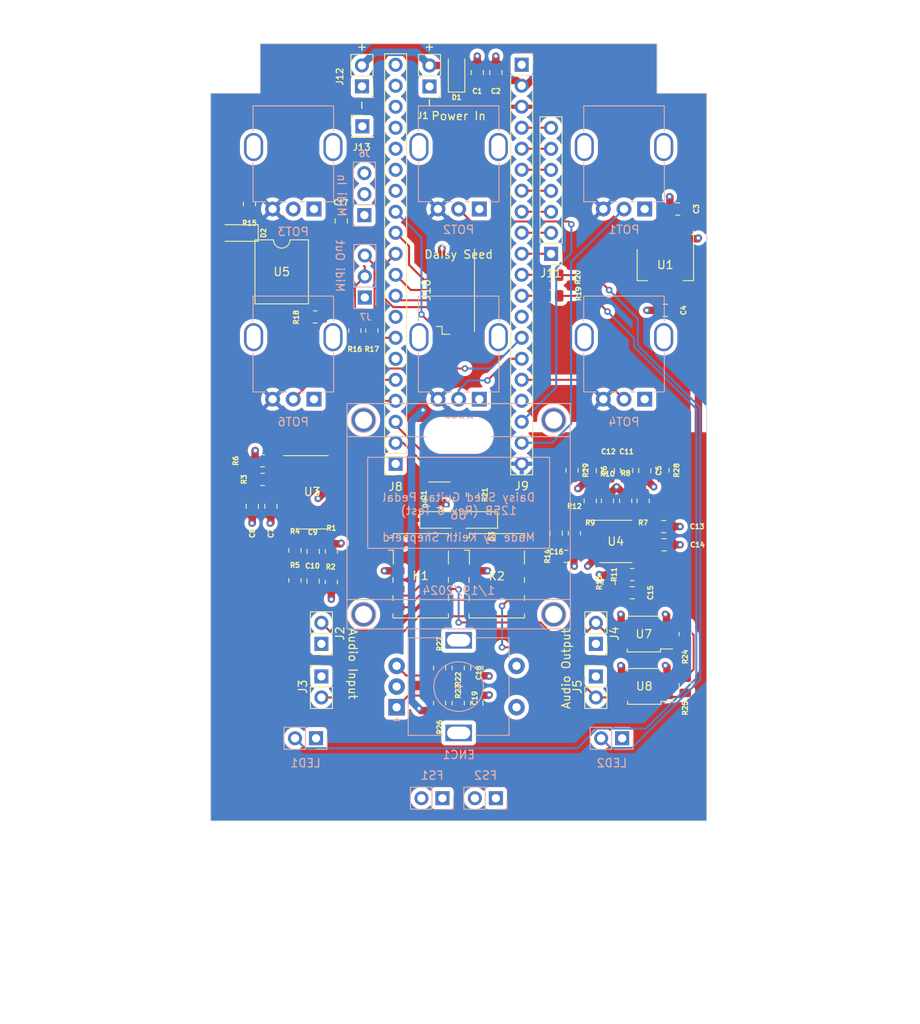
<source format=kicad_pcb>
(kicad_pcb (version 20221018) (generator pcbnew)
  (layers (0 "F.Cu" signal) (1 "In1.Cu" signal) (2 "In2.Cu" signal) (31 "B.Cu" signal) (34 "B.Paste" user) (35 "F.Paste" user) (36 "B.SilkS" user "B.Silkscreen") (37 "F.SilkS" user "F.Silkscreen") (38 "B.Mask" user) (39 "F.Mask" user) (44 "Edge.Cuts" user))
  (net 0 "")
  (net 2 "ENCODER_1_A")
  (net 3 "ENCODER_1_B")
  (net 4 "Net-(ENC1-PadA)")
  (net 5 "Net-(ENC1-PadB)")
  (net 6 "GND")
  (net 7 "AUDIO_OUT_JACK_RIGHT")
  (net 8 "POWER_JACK_PWR")
  (net 9 "POT_3")
  (net 10 "POT_2")
  (net 11 "POT_1")
  (net 12 "OLED_DISPLAY_SPI_SCK")
  (net 13 "OLED_DISPLAY_SPI_RESET")
  (net 14 "OLED_DISPLAY_SPI_MOSI")
  (net 15 "OLED_DISPLAY_SPI_DC")
  (net 16 "OLED_DISPLAY_SPI_CS")
  (net 17 "POT_4")
  (net 18 "Net-(U4B-+)")
  (net 19 "Net-(U4A-+)")
  (net 20 "POT_5")
  (net 21 "POT_6")
  (net 22 "Net-(C16-Pad1)")
  (net 23 "Net-(U4B--)")
  (net 24 "Net-(U4A--)")
  (net 25 "MIDI_OUT_JACK_PIN5")
  (net 26 "MIDI_OUT_JACK_PIN4")
  (net 27 "MIDI_OUT")
  (net 28 "MIDI_IN_JACK_PIN5")
  (net 29 "MIDI_IN_JACK_PIN4")
  (net 30 "MIDI_IN")
  (net 31 "LED_2")
  (net 32 "LED_1")
  (net 33 "FOOT_SWITCH_2")
  (net 34 "FOOT_SWITCH_1")
  (net 35 "DISABLE_AUDIO_BYPASS")
  (net 36 "BYPASS_RIGHT_SEND")
  (net 37 "BYPASS_RIGHT_RETURN")
  (net 38 "BYPASS_LEFT_SEND")
  (net 39 "BYPASS_LEFT_RETURN")
  (net 40 "ENABLE_AUDIO_MUTE")
  (net 41 "AUDIO_OUT_BUFFER_RIGHT")
  (net 42 "AUDIO_OUT_BUFFER_LEFT")
  (net 43 "AUDIO_IN_JACK_RIGHT")
  (net 44 "AUDIO_IN_JACK_LEFT")
  (net 45 "AUDIO_IN_BUFFER_RIGHT")
  (net 46 "AUDIO_IN_BUFFER_LEFT")
  (net 47 "/Audio Input Buffer/V_AUDIOBIAS")
  (net 48 "+9V")
  (net 49 "+5V")
  (net 50 "+3.3VA")
  (net 51 "+3.3V")
  (net 52 "ENCODER_1_CLICK")
  (net 53 "AUDIO_OUT_JACK_LEFT")
  (net 54 "Net-(U3D-+)")
  (net 55 "Net-(U3C-+)")
  (net 56 "Net-(D2-K)")
  (net 57 "Net-(D3-A)")
  (net 58 "Net-(LED1-A)")
  (net 59 "Net-(LED2-A)")
  (net 60 "Net-(Q1-B)")
  (net 61 "Net-(U3A-+)")
  (net 62 "Net-(U3B--)")
  (net 63 "Net-(C15-Pad1)")
  (net 64 "Net-(R24-Pad2)")
  (net 65 "Net-(R25-Pad2)")
  (net 66 "Net-(J11-Pin_7)")
  (net 67 "Net-(J11-Pin_6)")
  (net 68 "Net-(J13-Pin_1)")
  (net 69 "Net-(J9-Pin_13)")
  (net 70 "Net-(J11-Pin_5)")
  (net 71 "Net-(J11-Pin_4)")
  (net 72 "Net-(J11-Pin_3)")
  (net 73 "Net-(J11-Pin_2)")
  (net 74 "Net-(J11-Pin_1)")
  (net 75 "Net-(C11-Pad2)")
  (net 76 "Net-(C12-Pad2)")
  (footprint "GuitarPedal125B:SOP-6_2.54mm" (layer "F.Cu") (at 120.6 68.6)
    (fp_text reference "U5")
    (fp_text value "H11L1")
  )
  (footprint "Resistor_SMD:R_0805_2012Metric" (layer "F.Cu") (at 124.65 74.05)
    (fp_text reference "R18")
    (fp_text value "470R")
  )
  (footprint "Resistor_SMD:R_0805_2012Metric" (layer "F.Cu") (at 157.9125 96.2875 90)
    (fp_text reference "R9")
    (fp_text value "2M")
  )
  (footprint "Connector_PinSocket_2.54mm:PinSocket_1x20_P2.54mm_Vertical" (layer "F.Cu") (at 134.375 91.815 180)
    (fp_text reference "J8")
    (fp_text value "Conn_01x20_Socket")
  )
  (footprint "Relay_SMD:Relay_DPDT_Omron_G6K-2G-Y" (layer "F.Cu") (at 146.6 105.35)
    (fp_text reference "K2")
    (fp_text value "G6K-2")
  )
  (footprint "Package_SO:SOIC-8_3.9x4.9mm_P1.27mm" (layer "F.Cu") (at 161 101.2)
    (fp_text reference "U4")
    (fp_text value "OPA1652AID")
  )
  (footprint "GuitarPedal125B:Generic_Pads_AudioTS" (layer "F.Cu") (at 158.6 113.6 180)
    (fp_text reference "J4")
    (fp_text value "AUDIO_OUT_LEFT")
  )
  (footprint "Capacitor_SMD:C_0805_2012Metric" (layer "F.Cu") (at 144.2 116.5 90)
    (fp_text reference "C19")
    (fp_text value "10NF")
  )
  (footprint "Resistor_SMD:R_0805_2012Metric" (layer "F.Cu") (at 126.6125 102.4 90)
    (fp_text reference "R1")
    (fp_text value "2M")
  )
  (footprint "Package_SO:SOIC-14_3.9x8.7mm_P1.27mm" (layer "F.Cu") (at 124.275 95.26)
    (fp_text reference "U3")
    (fp_text value "MCP6004")
  )
  (footprint "Resistor_SMD:R_0805_2012Metric" (layer "F.Cu") (at 156 100.2 -90)
    (fp_text reference "R12")
    (fp_text value "100R")
  )
  (footprint "Capacitor_SMD:C_0805_2012Metric" (layer "F.Cu") (at 144.2 120.75 90)
    (fp_text reference "C18")
    (fp_text value "10NF")
  )
  (footprint "Relay_SMD:Relay_DPDT_Omron_G6K-2G-Y" (layer "F.Cu") (at 137.4 105.35)
    (fp_text reference "K1")
    (fp_text value "G6K-2")
  )
  (footprint "Resistor_SMD:R_0805_2012Metric" (layer "F.Cu") (at 131.5 75.7 -90)
    (fp_text reference "R17")
    (fp_text value "10R")
  )
  (footprint "Capacitor_SMD:C_0805_2012Metric" (layer "F.Cu") (at 144.25 44.5 90)
    (fp_text reference "C1")
    (fp_text value "10UF")
  )
  (footprint "Resistor_SMD:R_0805_2012Metric" (layer "F.Cu") (at 169.4 118.6 -90)
    (fp_text reference "R25")
    (fp_text value "1K")
  )
  (footprint "Diode_SMD:D_SOD-123F" (layer "F.Cu") (at 144.5 98.6 180)
    (fp_text reference "D3")
    (fp_text value "1N4007")
  )
  (footprint "Resistor_SMD:R_0805_2012Metric" (layer "F.Cu") (at 141.95 116.5 90)
    (fp_text reference "R23")
    (fp_text value "10K")
  )
  (footprint "Resistor_SMD:R_0805_2012Metric" (layer "F.Cu") (at 126.6 106.1125 -90)
    (fp_text reference "R2")
    (fp_text value "2M")
  )
  (footprint "Resistor_SMD:R_0805_2012Metric" (layer "F.Cu") (at 139.7 120.75 90)
    (fp_text reference "R26")
    (fp_text value "10K")
  )
  (footprint "Capacitor_SMD:C_0805_2012Metric" (layer "F.Cu") (at 124.4 106 -90)
    (fp_text reference "C10")
    (fp_text value "10UF")
  )
  (footprint "GuitarPedal125B:Generic_Pads_AudioTS" (layer "F.Cu") (at 125.4 117.505)
    (fp_text reference "J3")
    (fp_text value "AUDIO_IN_RIGHT")
  )
  (footprint "Capacitor_SMD:C_0805_2012Metric" (layer "F.Cu") (at 166.85 101.6)
    (fp_text reference "C14")
    (fp_text value "100NF")
  )
  (footprint "Resistor_SMD:R_0805_2012Metric" (layer "F.Cu") (at 166.7125 92.6 -90)
    (fp_text reference "R28")
    (fp_text value "4.7K")
  )
  (footprint "Connector_PinSocket_2.54mm:PinSocket_1x20_P2.54mm_Vertical" (layer "F.Cu") (at 149.625 43.55)
    (fp_text reference "J9")
    (fp_text value "Conn_01x20_Socket")
  )
  (footprint "Capacitor_SMD:C_0805_2012Metric" (layer "F.Cu") (at 166.8 99.4)
    (fp_text reference "C13")
    (fp_text value "100NF")
  )
  (footprint "Resistor_SMD:R_0805_2012Metric" (layer "F.Cu") (at 163 105.2 180)
    (fp_text reference "R11")
    (fp_text value "100R")
  )
  (footprint "Package_SO:SOP-4_3.8x4.1mm_P2.54mm" (layer "F.Cu") (at 164.4 112.4 180)
    (fp_text reference "U7")
    (fp_text value "CPC1018N")
  )
  (footprint "Connector_Molex:Molex_PicoBlade_53398-0771_1x07-1MP_P1.25mm_Vertical" (layer "F.Cu") (at 141.2 70.79 90)
    (fp_text reference "J10")
    (fp_text value "Conn_01x07_Pin")
  )
  (footprint "Resistor_SMD:R_0805_2012Metric" (layer "F.Cu") (at 160 96.2875 90)
    (fp_text reference "R10")
    (fp_text value "2M")
  )
  (footprint "Capacitor_SMD:C_0805_2012Metric" (layer "F.Cu") (at 168.5 61 180)
    (fp_text reference "C3")
    (fp_text value "100NF")
  )
  (footprint "Capacitor_SMD:C_0805_2012Metric" (layer "F.Cu") (at 124.4125 102.4 90)
    (fp_text reference "C9")
    (fp_text value "10UF")
  )
  (footprint "Capacitor_SMD:C_0805_2012Metric" (layer "F.Cu") (at 160.1125 92.6375 90)
    (fp_text reference "C12")
    (fp_text value "10UF")
  )
  (footprint "Resistor_SMD:R_0805_2012Metric" (layer "F.Cu") (at 169.4 112.4 -90)
    (fp_text reference "R24")
    (fp_text value "1K")
  )
  (footprint "Resistor_SMD:R_0805_2012Metric" (layer "F.Cu") (at 141.95 120.75 90)
    (fp_text reference "R22")
    (fp_text value "10K")
  )
  (footprint "Resistor_SMD:R_0805_2012Metric" (layer "F.Cu") (at 118.290749 93.6975)
    (fp_text reference "R3")
    (fp_text value "100K")
  )
  (footprint "Capacitor_SMD:C_0805_2012Metric" (layer "F.Cu") (at 167 73.25 180)
    (fp_text reference "C4")
    (fp_text value "10UF")
  )
  (footprint "Package_SO:SOP-4_3.8x4.1mm_P2.54mm" (layer "F.Cu") (at 164.45 118.73 180)
    (fp_text reference "U8")
    (fp_text value "CPC1018N")
  )
  (footprint "Capacitor_SMD:C_0805_2012Metric" (layer "F.Cu") (at 146.5 44.5 90)
    (fp_text reference "C2")
    (fp_text value "100NF")
  )
  (footprint "Resistor_SMD:R_0805_2012Metric" (layer "F.Cu") (at 155.7125 92.6 -90)
    (fp_text reference "R29")
    (fp_text value "4.7K")
  )
  (footprint "Connector_PinHeader_2.54mm:PinHeader_1x07_P2.54mm_Vertical" (layer "F.Cu") (at 153.175 66.425 180)
    (fp_text reference "J11")
    (fp_text value "Conn_01x07_Pin")
  )
  (footprint "Diode_SMD:D_SOD-123" (layer "F.Cu") (at 115.4 63.9 180)
    (fp_text reference "D2")
    (fp_text value "1N4148")
  )
  (footprint "GuitarPedal125B:Generic_Pads_AudioTS" (layer "F.Cu") (at 125.4 113.6 180)
    (fp_text reference "J2")
    (fp_text value "AUDIO_IN_LEFT")
  )
  (footprint "Package_TO_SOT_SMD:SOT-223-3_TabPin2" (layer "F.Cu") (at 167 67.75 -90)
    (fp_text reference "U1")
    (fp_text value "LD1117S50TR_SOT223")
  )
  (footprint "Capacitor_SMD:C_0805_2012Metric" (layer "F.Cu") (at 117.040749 96.9475 -90)
    (fp_text reference "C8")
    (fp_text value "100NF")
  )
  (footprint "Diode_SMD:D_SOD-123F" (layer "F.Cu") (at 139.5 98.6)
    (fp_text reference "D4")
    (fp_text value "1N4007")
  )
  (footprint "Resistor_SMD:R_0805_2012Metric" (layer "F.Cu") (at 116.7 60.4 -90)
    (fp_text reference "R15")
    (fp_text value "220R")
  )
  (footprint "Capacitor_SMD:C_0805_2012Metric" (layer "F.Cu") (at 162.3125 92.6375 90)
    (fp_text reference "C11")
    (fp_text value "10UF")
  )
  (footprint "Resistor_SMD:R_0805_2012Metric" (layer "F.Cu") (at 122.2 105.9125 -90)
    (fp_text reference "R5")
    (fp_text value "2M")
  )
  (footprint "Capacitor_SMD:C_0805_2012Metric" (layer "F.Cu") (at 164.5125 92.6375 -90)
    (fp_text reference "C5")
    (fp_text value "1.5NF")
  )
  (footprint "Capacitor_SMD:C_0805_2012Metric" (layer "F.Cu") (at 153.8 100.2 -90)
    (fp_text reference "C16")
    (fp_text value "10UF")
  )
  (footprint "Resistor_SMD:R_0805_2012Metric" (layer "F.Cu") (at 139.7 116.5 90)
    (fp_text reference "R27")
    (fp_text value "10K")
  )
  (footprint "Capacitor_SMD:C_0805_2012Metric" (layer "F.Cu") (at 127.8 62.45 90)
    (fp_text reference "C17")
    (fp_text value "100NF")
  )
  (footprint "Capacitor_SMD:C_0805_2012Metric" (layer "F.Cu") (at 163 107.4 180)
    (fp_text reference "C15")
    (fp_text value "10UF")
  )
  (footprint "Resistor_SMD:R_0805_2012Metric" (layer "F.Cu") (at 162.2 96.2875 90)
    (fp_text reference "R8")
    (fp_text value "2M")
  )
  (footprint "Resistor_SMD:R_0805_2012Metric" (layer "F.Cu") (at 118.290749 91.4475 180)
    (fp_text reference "R6")
    (fp_text value "100K")
  )
  (footprint "GuitarPedal125B:Generic_Pads_AudioTS" (layer "F.Cu") (at 158.6 117.505)
    (fp_text reference "J5")
    (fp_text value "AUDIO_OUT_RIGHT")
  )
  (footprint "Capacitor_SMD:C_0805_2012Metric" (layer "F.Cu") (at 157.9125 92.6375 -90)
    (fp_text reference "C6")
    (fp_text value "1.5NF")
  )
  (footprint "GuitarPedal125B:Generic_Pads_Power" (layer "F.Cu") (at 130.325 46.143 180)
    (fp_text reference "J12")
    (fp_text value "ALT_POWER_JACK")
  )
  (footprint "Resistor_SMD:R_0805_2012Metric" (layer "F.Cu") (at 143.68 95.56 -90)
    (fp_text reference "R21")
    (fp_text value "1K")
  )
  (footprint "GuitarPedal125B:Generic_Pads_Power" (layer "F.Cu") (at 138.5 46.15 180)
    (fp_text reference "J1")
    (fp_text value "POWER_JACK")
  )
  (footprint "Resistor_SMD:R_0805_2012Metric" (layer "F.Cu") (at 153.25 69 180)
    (fp_text reference "R20")
    (fp_text value "1K")
  )
  (footprint "Resistor_SMD:R_0805_2012Metric" (layer "F.Cu") (at 160.2 106.2 90)
    (fp_text reference "R13")
    (fp_text value "2M")
  )
  (footprint "Connector_PinHeader_2.54mm:PinHeader_1x01_P2.54mm_Vertical" (layer "F.Cu") (at 130.35 51)
    (fp_text reference "J13")
    (fp_text value "Conn_01x01_Pin")
  )
  (footprint "Resistor_SMD:R_0805_2012Metric" (layer "F.Cu") (at 129.45 75.7 -90)
    (fp_text reference "R16")
    (fp_text value "33R")
  )
  (footprint "Resistor_SMD:R_0805_2012Metric" (layer "F.Cu") (at 155 103)
    (fp_text reference "R14")
    (fp_text value "2M")
  )
  (footprint "Capacitor_SMD:C_0805_2012Metric" (layer "F.Cu") (at 119.290749 96.9475 -90)
    (fp_text reference "C7")
    (fp_text value "100NF")
  )
  (footprint "Resistor_SMD:R_0805_2012Metric" (layer "F.Cu") (at 153.25 71.5 180)
    (fp_text reference "R19")
    (fp_text value "1K")
  )
  (footprint "Resistor_SMD:R_0805_2012Metric" (layer "F.Cu") (at 122.2 102.2875 90)
    (fp_text reference "R4")
    (fp_text value "2M")
  )
  (footprint "Resistor_SMD:R_0805_2012Metric" (layer "F.Cu") (at 164.3125 96.2875 90)
    (fp_text reference "R7")
    (fp_text value "2M")
  )
  (footprint "Diode_SMD:D_SOD-123" (layer "F.Cu") (at 141.75 44.5 90)
    (fp_text reference "D1")
    (fp_text value "1N5817")
  )
  (footprint "Package_TO_SOT_SMD:SOT-23-3" (layer "F.Cu") (at 140.19 95.57)
    (fp_text reference "Q1")
    (fp_text value "SS8050")
  )
  (footprint "GuitarPedal125B:Generic_Pads_AudioTRS" (layer "B.Cu") (at 130.6 61.74)
    (fp_text reference "J6")
    (fp_text value "MIDI_IN")
  )
  (footprint "GuitarPedal125B:Potentiometer_Bourns_PRS11R" (layer "B.Cu") (at 144.5 84 90)
    (fp_text reference "POT5")
    (fp_text value "10K")
  )
  (footprint "Connector_PinHeader_2.54mm:PinHeader_1x02_P2.54mm_Vertical" (layer "B.Cu") (at 140.04 132.25 90)
    (fp_text reference "FS1")
    (fp_text value "Foot_Switch_1")
  )
  (footprint "GuitarPedal125B:Potentiometer_Bourns_PRS11R" (layer "B.Cu") (at 124.5 61 90)
    (fp_text reference "POT3")
    (fp_text value "10K")
  )
  (footprint "Connector_PinHeader_2.54mm:PinHeader_1x02_P2.54mm_Vertical" (layer "B.Cu") (at 124.75 125 90)
    (fp_text reference "LED1")
    (fp_text value "LED_1")
  )
  (footprint "GuitarPedal125B:Potentiometer_Bourns_PRS11R" (layer "B.Cu") (at 164.5 61 90)
    (fp_text reference "POT1")
    (fp_text value "10K")
  )
  (footprint "Rotary_Encoder:RotaryEncoder_Alps_EC11E-Switch_Vertical_H20mm" (layer "B.Cu") (at 134.5 121.25)
    (fp_text reference "ENC1")
    (fp_text value "RotaryEncoder_Switch")
  )
  (footprint "GuitarPedal125B:Potentiometer_Bourns_PRS11R" (layer "B.Cu") (at 144.5 61 90)
    (fp_text reference "POT2")
    (fp_text value "10K")
  )
  (footprint "GuitarPedal125B:HiLetgo_OLED_SPI_NOPINS" (layer "B.Cu") (at 142 98.025 180)
    (fp_text reference "U6")
    (fp_text value "OLED_DISPLAY_SSD1306_SPI")
  )
  (footprint "GuitarPedal125B:Potentiometer_Bourns_PRS11R" (layer "B.Cu") (at 124.5 84 90)
    (fp_text reference "POT6")
    (fp_text value "10K")
  )
  (footprint "Connector_PinHeader_2.54mm:PinHeader_1x02_P2.54mm_Vertical" (layer "B.Cu") (at 161.775 125 90)
    (fp_text reference "LED2")
    (fp_text value "LED_2")
  )
  (footprint "GuitarPedal125B:Potentiometer_Bourns_PRS11R" (layer "B.Cu") (at 164.5 84 90)
    (fp_text reference "POT4")
    (fp_text value "10K")
  )
  (footprint "GuitarPedal125B:Generic_Pads_AudioTRS" (layer "B.Cu") (at 130.65 71.7)
    (fp_text reference "J7")
    (fp_text value "MIDI_OUT")
  )
  (footprint "Connector_PinHeader_2.54mm:PinHeader_1x02_P2.54mm_Vertical" (layer "B.Cu") (at 146.5 132.25 90)
    (fp_text reference "FS2")
    (fp_text value "Foot_Switch_2")
  )
  (gr_poly (pts (xy 166 47) (xy 172 47) (xy 172 135) (xy 112 135) (xy 112 47) (xy 118 47) (xy 118 41) (xy 166 41)) (stroke (width 0.1)) (fill none) (layer "Edge.Cuts"))
  (gr_text "Midi In" (at 127.85 59.35 -90) (layer "B.SilkS") (effects (font (size 1 1)) (justify mirror)))
  (gr_text "Daisy Seed Guitar Pedal\n125B (Rev 6 Test)\n\nMade by Keith Shepherd\n\n\n\n1/19/2024" (at 142 101.5) (layer "B.SilkS") (effects (font (size 1 1)) (justify mirror)))
  (gr_text "Midi Out\n" (at 127.65 67.9 -90) (layer "B.SilkS") (effects (font (size 1 1)) (justify mirror)))
  (gr_text "Audio Output" (at 155 116.6 90) (layer "F.SilkS") (effects (font (size 1 1))))
  (gr_text "Daisy Seed" (at 142 66.5) (layer "F.SilkS") (effects (font (size 1 1))))
  (gr_text "Power In" (at 142 49.75) (layer "F.SilkS") (effects (font (size 1 1))))
  (gr_text "Audio Input" (at 129.2 116 270) (layer "F.SilkS") (effects (font (size 1 1))))
  (segment (start 141.95 121.6625) (end 144.1625 121.6625) (width 0.25) (layer "F.Cu") (net 2))
  (segment (start 144.1625 121.6625) (end 144.2 121.7) (width 0.25) (layer "F.Cu") (net 2))
  (segment (start 141.95 115.5875) (end 144.1625 115.5875) (width 0.25) (layer "F.Cu") (net 3))
  (segment (start 144.1625 115.5875) (end 144.2 115.55) (width 0.25) (layer "F.Cu") (net 3))
  (segment (start 135.9125 119.8375) (end 134.5 121.25) (width 0.25) (layer "F.Cu") (net 4))
  (segment (start 139.7 119.8375) (end 135.9125 119.8375) (width 0.25) (layer "F.Cu") (net 4))
  (segment (start 139.7 119.8375) (end 141.95 119.8375) (width 0.25) (layer "F.Cu") (net 4))
  (segment (start 139.7 117.4125) (end 141.95 117.4125) (width 0.25) (layer "F.Cu") (net 5))
  (segment (start 139.7 117.4125) (end 135.6625 117.4125) (width 0.25) (layer "F.Cu") (net 5))
  (segment (start 135.6625 117.4125) (end 134.5 116.25) (width 0.25) (layer "F.Cu") (net 5))
  (segment (start 160 95.375) (end 160.32972 95.375) (width 0.9) (layer "F.Cu") (net 6))
  (segment (start 126.6125 101.4875) (end 127.7125 101.4875) (width 0.9) (layer "F.Cu") (net 6))
  (segment (start 144.2 117.45) (end 145.65 117.45) (width 0.9) (layer "F.Cu") (net 6))
  (segment (start 121.8 96.53) (end 120.756041 96.53) (width 0.9) (layer "F.Cu") (net 6))
  (segment (start 167.55 59.55) (end 167.5 59.5) (width 0.9) (layer "F.Cu") (net 6))
  (segment (start 161.7 117.46) (end 161.7 116.3) (width 0.9) (layer "F.Cu") (net 6))
  (segment (start 167.15 110.15) (end 167 110) (width 0.9) (layer "F.Cu") (net 6))
  (segment (start 155.9125 103) (end 155.9125 104.1125) (width 0.9) (layer "F.Cu") (net 6))
  (segment (start 119.290749 97.8975) (end 119.290749 98.909251) (width 0.9) (layer "F.Cu") (net 6))
  (segment (start 158.525 103.275) (end 157.6 104.2) (width 0.9) (layer "F.Cu") (net 6))
  (segment (start 161.7 116.3) (end 161.6 116.2) (width 0.9) (layer "F.Cu") (net 6))
  (segment (start 119.388541 97.8975) (end 119.290749 97.8975) (width 0.9) (layer "F.Cu") (net 6))
  (segment (start 139.95 65.8) (end 140 65.75) (width 0.9) (layer "F.Cu") (net 6))
  (segment (start 167.55 61) (end 167.55 59.55) (width 0.9) (layer "F.Cu") (net 6))
  (segment (start 157.70778 93.5875) (end 156.49528 94.8) (width 0.9) (layer "F.Cu") (net 6))
  (segment (start 161.65 110.05) (end 161.6 110) (width 0.9) (layer "F.Cu") (net 6))
  (segment (start 126.6 107.025) (end 126.6 108.2) (width 0.9) (layer "F.Cu") (net 6))
  (segment (start 125.74 95.26) (end 125 96) (width 0.9) (layer "F.Cu") (net 6))
  (segment (start 145.65 119.8) (end 145.7 119.75) (width 0.9) (layer "F.Cu") (net 6))
  (segment (start 144.25 43.55) (end 144.25 42.5) (width 0.9) (layer "F.Cu") (net 6))
  (segment (start 120.756041 96.53) (end 119.388541 97.8975) (width 0.9) (layer "F.Cu") (net 6))
  (segment (start 117.040749 97.8975) (end 117.040749 98.959251) (width 0.9) (layer "F.Cu") (net 6))
  (segment (start 119.290749 97.8975) (end 117.040749 97.8975) (width 0.9) (layer "F.Cu") (net 6))
  (segment (start 155.9125 104.1125) (end 156 104.2) (width 0.9) (layer "F.Cu") (net 6))
  (segment (start 159.0875 105.2875) (end 159 105.2) (width 0.9) (layer "F.Cu") (net 6))
  (segment (start 126.75 95.26) (end 125.74 95.26) (width 0.9) (layer "F.Cu") (net 6))
  (segment (start 117.040749 98.959251) (end 117 99) (width 0.9) (layer "F.Cu") (net 6))
  (segment (start 134.55 104.75) (end 133 104.75) (width 0.9) (layer "F.Cu") (net 6))
  (segment (start 117.378249 90.221751) (end 117.4 90.2) (width 0.9) (layer "F.Cu") (net 6))
  (segment (start 161.891 95.375) (end 161.11036 94.59436) (width 0.9) (layer "F.Cu") (net 6))
  (segment (start 167.2 117.46) (end 167.2 116.4) (width 0.9) (layer "F.Cu") (net 6))
  (segment (start 146.5 43.55) (end 146.5 42.5) (width 0.9) (layer "F.Cu") (net 6))
  (segment (start 166.05 73.25) (end 164.75 73.25) (width 0.9) (layer "F.Cu") (net 6))
  (segment (start 161.65 111.13) (end 161.65 110.05) (width 0.9) (layer "F.Cu") (net 6))
  (segment (start 162.2 95.375) (end 161.891 95.375) (width 0.9) (layer "F.Cu") (net 6))
  (segment (start 143.75 104.75) (end 145.5 104.75) (width 0.9) (layer "F.Cu") (net 6))
  (segment (start 156.49528 94.8) (end 156.4 94.8) (width 0.9) (layer "F.Cu") (net 6))
  (segment (start 157.8375 93.5125) (end 157.9125 93.5875) (width 0.25) (layer "F.Cu") (net 6))
  (segment (start 167.15 111.13) (end 167.15 110.15) (width 0.9) (layer "F.Cu") (net 6))
  (segment (start 139.95 67.04) (end 139.95 65.8) (width 0.9) (layer "F.Cu") (net 6))
  (segment (start 167.8 101.6) (end 168.8 101.6) (width 0.9) (layer "F.Cu") (net 6))
  (segment (start 144.2 119.8) (end 145.65 119.8) (width 0.9) (layer "F.Cu") (net 6))
  (segment (start 164.5125 93.5875) (end 164.5875 93.5875) (width 0.9) (layer "F.Cu") (net 6))
  (segment (start 157.9125 93.5875) (end 157.70778 93.5875) (width 0.9) (layer "F.Cu") (net 6))
  (segment (start 160.2 105.2875) (end 159.0875 105.2875) (width 0.9) (layer "F.Cu") (net 6))
  (segment (start 127.7125 101.4875) (end 127.8 101.4) (width 0.9) (layer "F.Cu") (net 6))
  (segment (start 164.5875 93.5875) (end 165.6 94.6) (width 0.9) (layer "F.Cu") (net 6))
  (segment (start 170.9 64.6) (end 171 64.5) (width 0.9) (layer "F.Cu") (net 6))
  (segment (start 160.32972 95.375) (end 161.11036 94.59436) (width 0.9) (layer "F.Cu") (net 6))
  (segment (start 140.27 96.52) (end 140.5 96.75) (width 0.9) (layer "F.Cu") (net 6))
  (segment (start 167.75 99.4) (end 168.8 99.4) (width 0.9) (layer "F.Cu") (net 6))
  (segment (start 139.0525 96.52) (end 140.27 96.52) (width 0.9) (layer "F.Cu") (net 6))
  (segment (start 167.2 116.4) (end 167 116.2) (width 0.9) (layer "F.Cu") (net 6))
  (segment (start 158.525 103.105) (end 158.525 103.275) (width 0.9) (layer "F.Cu") (net 6))
  (segment (start 119.290749 98.909251) (end 119.2 99) (width 0.9) (layer "F.Cu") (net 6))
  (segment (start 145.65 117.45) (end 145.7 117.5) (width 0.9) (layer "F.Cu") (net 6))
  (segment (start 117.378249 91.4475) (end 117.378249 90.221751) (width 0.9) (layer "F.Cu") (net 6))
  (segment (start 169.3 64.6) (end 170.9 64.6) (width 0.9) (layer "F.Cu") (net 6))
  (via (at 167.5 59.5) (size 0.8) (drill 0.4) (layers "F.Cu" "B.Cu") (net 6))
  (via (at 156 104.2) (size 0.8) (drill 0.4) (layers "F.Cu" "B.Cu") (net 6))
  (via (at 159 105.2) (size 0.8) (drill 0.4) (layers "F.Cu" "B.Cu") (net 6))
  (via (at 161.6 116.2) (size 0.8) (drill 0.4) (layers "F.Cu" "B.Cu") (net 6))
  (via (at 168.8 101.6) (size 0.8) (drill 0.4) (layers "F.Cu" "B.Cu") (net 6))
  (via (at 119.2 99) (size 0.8) (drill 0.4) (layers "F.Cu" "B.Cu") (net 6))
  (via (at 144.25 42.5) (size 0.8) (drill 0.4) (layers "F.Cu" "B.Cu") (net 6))
  (via (at 146.5 42.5) (size 0.8) (drill 0.4) (layers "F.Cu" "B.Cu") (net 6))
  (via (at 164.75 73.25) (size 0.8) (drill 0.4) (layers "F.Cu" "B.Cu") (net 6))
  (via (at 145.7 119.75) (size 0.8) (drill 0.4) (layers "F.Cu" "B.Cu") (net 6))
  (via (at 171 64.5) (size 0.8) (drill 0.4) (layers "F.Cu" "B.Cu") (net 6))
  (via (at 168.8 99.4) (size 0.8) (drill 0.4) (layers "F.Cu" "B.Cu") (net 6))
  (via (at 161.6 110) (size 0.8) (drill 0.4) (layers "F.Cu" "B.Cu") (net 6))
  (via (at 167 116.2) (size 0.8) (drill 0.4) (layers "F.Cu" "B.Cu") (net 6))
  (via (at 156.4 94.8) (size 0.8) (drill 0.4) (layers "F.Cu" "B.Cu") (net 6))
  (via (at 117.4 90.2) (size 0.8) (drill 0.4) (layers "F.Cu" "B.Cu") (net 6))
  (via (at 161.11036 94.59436) (size 0.8) (drill 0.4) (layers "F.Cu" "B.Cu") (net 6))
  (via (at 125 96) (size 0.8) (drill 0.4) (layers "F.Cu" "B.Cu") (net 6))
  (via (at 117 99) (size 0.8) (drill 0.4) (layers "F.Cu" "B.Cu") (net 6))
  (via (at 145.7 117.5) (size 0.8) (drill 0.4) (layers "F.Cu" "B.Cu") (net 6))
  (via (at 127.8 101.4) (size 0.8) (drill 0.4) (layers "F.Cu" "B.Cu") (net 6))
  (via (at 157.6 104.2) (size 0.8) (drill 0.4) (layers "F.Cu" "B.Cu") (net 6))
  (via (at 140.5 96.75) (size 0.8) (drill 0.4) (layers "F.Cu" "B.Cu") (net 6))
  (via (at 126.6 108.2) (size 0.8) (drill 0.4) (layers "F.Cu" "B.Cu") (net 6))
  (via (at 167 110) (size 0.8) (drill 0.4) (layers "F.Cu" "B.Cu") (net 6))
  (via (at 165.6 94.6) (size 0.8) (drill 0.4) (layers "F.Cu" "B.Cu") (net 6))
  (via (at 145.5 104.75) (size 0.8) (drill 0.4) (layers "F.Cu" "B.Cu") (net 6))
  (via (at 140 65.75) (size 0.8) (drill 0.4) (layers "F.Cu" "B.Cu") (net 6))
  (via (at 133 104.75) (size 0.8) (drill 0.4) (layers "F.Cu" "B.Cu") (net 6))
  (segment (start 152.535 114) (end 158.6 120.065) (width 0.25) (layer "F.Cu") (net 7))
  (segment (start 149.45 106.95) (end 149.3 106.95) (width 0.25) (layer "F.Cu") (net 7))
  (segment (start 147.25 114) (end 152.535 114) (width 0.25) (layer "F.Cu") (net 7))
  (segment (start 158.6 120.065) (end 161.635 120.065) (width 0.25) (layer "F.Cu") (net 7))
  (segment (start 161.635 120.065) (end 161.7 120) (width 0.25) (layer "F.Cu") (net 7))
  (segment (start 149.3 106.95) (end 147.25 109) (width 0.25) (layer "F.Cu") (net 7))
  (via (at 147.25 109) (size 0.8) (drill 0.4) (layers "F.Cu" "B.Cu") (net 7))
  (via (at 147.25 114) (size 0.8) (drill 0.4) (layers "F.Cu" "B.Cu") (net 7))
  (segment (start 147.25 109) (end 147.25 114) (width 0.25) (layer "B.Cu") (net 7))
  (segment (start 140.958 43.642) (end 141.75 42.85) (width 0.9) (layer "F.Cu") (net 8))
  (segment (start 138.478 43.642) (end 140.958 43.642) (width 0.9) (layer "F.Cu") (net 8))
  (segment (start 136.891 42.055) (end 138.478 43.642) (width 0.9) (layer "B.Cu") (net 8))
  (segment (start 131.883 42.055) (end 136.891 42.055) (width 0.9) (layer "B.Cu") (net 8))
  (segment (start 130.303 43.635) (end 131.883 42.055) (width 0.9) (layer "B.Cu") (net 8))
  (segment (start 155.63 62.85) (end 155.285 62.505) (width 0.25) (layer "F.Cu") (net 10))
  (segment (start 143.505 62.505) (end 142 61) (width 0.25) (layer "F.Cu") (net 10))
  (segment (start 155.285 62.505) (end 143.505 62.505) (width 0.25) (layer "F.Cu") (net 10))
  (via (at 155.63 62.85) (size 0.8) (drill 0.4) (layers "F.Cu" "B.Cu") (net 10))
  (segment (start 153.8 82.555) (end 149.625 86.73) (width 0.25) (layer "B.Cu") (net 10))
  (segment (start 155.63 66.31) (end 153.8 68.14) (width 0.25) (layer "B.Cu") (net 10))
  (segment (start 155.63 62.85) (end 155.63 66.31) (width 0.25) (layer "B.Cu") (net 10))
  (segment (start 153.8 68.14) (end 153.8 82.555) (width 0.25) (layer "B.Cu") (net 10))
  (segment (start 153.31094 89.27) (end 155.6 86.98094) (width 0.25) (layer "B.Cu") (net 11))
  (segment (start 155.6 67.4) (end 162 61) (width 0.25) (layer "B.Cu") (net 11))
  (segment (start 155.6 86.98094) (end 155.6 67.4) (width 0.25) (layer "B.Cu") (net 11))
  (segment (start 149.625 89.27) (end 153.31094 89.27) (width 0.25) (layer "B.Cu") (net 11))
  (segment (start 134.375 63.875) (end 136 65.5) (width 0.25) (layer "F.Cu") (net 12))
  (segment (start 137.79 69.54) (end 139.95 69.54) (width 0.25) (layer "F.Cu") (net 12))
  (segment (start 136 65.5) (end 136 67.75) (width 0.25) (layer "F.Cu") (net 12))
  (segment (start 136 67.75) (end 137.79 69.54) (width 0.25) (layer "F.Cu") (net 12))
  (segment (start 134.375 71.495) (end 134.92 72.04) (width 0.25) (layer "F.Cu") (net 13))
  (segment (start 134.92 72.04) (end 139.95 72.04) (width 0.25) (layer "F.Cu") (net 13))
  (segment (start 136.21 70.79) (end 139.95 70.79) (width 0.25) (layer "F.Cu") (net 14))
  (segment (start 134.375 68.955) (end 136.21 70.79) (width 0.25) (layer "F.Cu") (net 14))
  (segment (start 132.75 68.04) (end 132.75 71.531701) (width 0.25) (layer "F.Cu") (net 15))
  (segment (start 134.078299 72.86) (end 139.52 72.86) (width 0.25) (layer "F.Cu") (net 15))
  (segment (start 139.52 72.86) (end 139.95 73.29) (width 0.25) (layer "F.Cu") (net 15))
  (segment (start 132.75 71.531701) (end 134.078299 72.86) (width 0.25) (layer "F.Cu") (net 15))
  (segment (start 134.375 66.415) (end 132.75 68.04) (width 0.25) (layer "F.Cu") (net 15))
  (segment (start 138.29 74.54) (end 137.5 73.75) (width 0.25) (layer "F.Cu") (net 16))
  (segment (start 139.95 74.54) (end 138.29 74.54) (width 0.25) (layer "F.Cu") (net 16))
  (via (at 137.5 73.75) (size 0.8) (drill 0.4) (layers "F.Cu" "B.Cu") (net 16))
  (segment (start 137.5 64.46) (end 134.375 61.335) (width 0.25) (layer "B.Cu") (net 16))
  (segment (start 137.5 73.75) (end 137.5 64.46) (width 0.25) (layer "B.Cu") (net 16))
  (segment (start 162 84) (end 159.65 81.65) (width 0.25) (layer "F.Cu") (net 17))
  (segment (start 159.65 81.65) (end 149.625 81.65) (width 0.25) (layer "F.Cu") (net 17))
  (segment (start 164.1 95.375) (end 164.3125 95.375) (width 0.25) (layer "F.Cu") (net 18))
  (segment (start 163.094092 103.105) (end 163.475 103.105) (width 0.25) (layer "F.Cu") (net 18))
  (segment (start 162.2 97.2) (end 164.025 95.375) (width 0.25) (layer "F.Cu") (net 18))
  (segment (start 162.175 97.225) (end 162.175 102.185908) (width 0.25) (layer "F.Cu") (net 18))
  (segment (start 162.2 97.2) (end 162.175 97.225) (width 0.25) (layer "F.Cu") (net 18))
  (segment (start 164.025 95.375) (end 164.3125 95.375) (width 0.25) (layer "F.Cu") (net 18))
  (segment (start 162.3125 93.5875) (end 164.1 95.375) (width 0.25) (layer "F.Cu") (net 18))
  (segment (start 162.175 102.185908) (end 163.094092 103.105) (width 0.25) (layer "F.Cu") (net 18))
  (segment (start 158.905908 101.835) (end 158.525 101.835) (width 0.25) (layer "F.Cu") (net 19))
  (segment (start 158.175 95.375) (end 160 97.2) (width 0.25) (layer "F.Cu") (net 19))
  (segment (start 157.9125 95.375) (end 158.175 95.375) (width 0.25) (layer "F.Cu") (net 19))
  (segment (start 160.1125 93.5875) (end 158.325 95.375) (width 0.25) (layer "F.Cu") (net 19))
  (segment (start 160 97.2) (end 160 100.740908) (width 0.25) (layer "F.Cu") (net 19))
  (segment (start 160 100.740908) (end 158.905908 101.835) (width 0.25) (layer "F.Cu") (net 19))
  (segment (start 158.325 95.375) (end 157.9125 95.375) (width 0.25) (layer "F.Cu") (net 19))
  (segment (start 145.48 81.73) (end 148.1 79.11) (width 0.25) (layer "F.Cu") (net 20))
  (segment (start 148.1 79.11) (end 149.625 79.11) (width 0.25) (layer "F.Cu") (net 20))
  (via (at 145.48 81.73) (size 0.8) (drill 0.4) (layers "F.Cu" "B.Cu") (net 20))
  (segment (start 145.48 81.73) (end 143.17 81.73) (width 0.25) (layer "B.Cu") (net 20))
  (segment (start 142 82.9) (end 142 84) (width 0.25) (layer "B.Cu") (net 20))
  (segment (start 143.17 81.73) (end 142 82.9) (width 0.25) (layer "B.Cu") (net 20))
  (segment (start 125.71 80.29) (end 122 84) (width 0.25) (layer "F.Cu") (net 21))
  (segment (start 142.76 80.29) (end 125.71 80.29) (width 0.25) (layer "F.Cu") (net 21))
  (via (at 142.76 80.29) (size 0.8) (drill 0.4) (layers "F.Cu" "B.Cu") (net 21))
  (segment (start 142.76 80.29) (end 145.905 80.29) (width 0.25) (layer "B.Cu") (net 21))
  (segment (start 145.905 80.29) (end 149.625 76.57) (width 0.25) (layer "B.Cu") (net 21))
  (segment (start 155.6625 101.1125) (end 153.8 99.25) (width 0.25) (layer "F.Cu") (net 22))
  (segment (start 156 101.1125) (end 155.6625 101.1125) (width 0.25) (layer "F.Cu") (net 22))
  (segment (start 164.449999 101.835) (end 164.775 102.160001) (width 0.25) (layer "F.Cu") (net 23))
  (segment (start 163.475 101.835) (end 164.449999 101.835) (width 0.25) (layer "F.Cu") (net 23))
  (segment (start 164.775 104.3375) (end 163.9125 105.2) (width 0.25) (layer "F.Cu") (net 23))
  (segment (start 163.475 100.565) (end 163.475 101.835) (width 0.25) (layer "F.Cu") (net 23))
  (segment (start 164.775 102.160001) (end 164.775 104.3375) (width 0.25) (layer "F.Cu") (net 23))
  (segment (start 156.0075 99.295) (end 156 99.2875) (width 0.25) (layer "F.Cu") (net 24))
  (segment (start 158.525 99.295) (end 158.525 100.565) (width 0.25) (layer "F.Cu") (net 24))
  (segment (start 158.525 99.295) (end 156.0075 99.295) (width 0.25) (layer "F.Cu") (net 24))
  (segment (start 131.825 67.795) (end 130.65 66.62) (width 0.25) (layer "F.Cu") (net 25))
  (segment (start 131.825 74.4625) (end 131.825 67.795) (width 0.25) (layer "F.Cu") (net 25))
  (segment (start 131.5 74.7875) (end 131.825 74.4625) (width 0.25) (layer "F.Cu") (net 25))
  (segment (start 130.5475 67.8875) (end 130.65 67.99) (width 0.25) (layer "F.Cu") (net 26))
  (segment (start 129.45 70.36) (end 130.65 69.16) (width 0.25) (layer "F.Cu") (net 26))
  (segment (start 130.65 67.99) (end 130.65 69.16) (width 0.25) (layer "F.Cu") (net 26))
  (segment (start 129.45 74.7875) (end 129.45 70.36) (width 0.25) (layer "F.Cu") (net 26))
  (segment (start 134.375 76.575) (end 131.5375 76.575) (width 0.25) (layer "F.Cu") (net 27))
  (segment (start 131.5375 76.575) (end 131.5 76.6125) (width 0.25) (layer "F.Cu") (net 27))
  (segment (start 149.625 68.95) (end 152.2875 68.95) (width 0.25) (layer "F.Cu") (net 31))
  (segment (start 152.2875 68.95) (end 152.3375 69) (width 0.25) (layer "F.Cu") (net 31))
  (segment (start 152.3275 71.49) (end 152.3375 71.5) (width 0.25) (layer "F.Cu") (net 32))
  (segment (start 149.625 71.49) (end 152.3275 71.49) (width 0.25) (layer "F.Cu") (net 32))
  (segment (start 127.45 105.2) (end 130 107.75) (width 0.25) (layer "F.Cu") (net 36))
  (segment (start 142 105.2) (end 143.75 106.95) (width 0.25) (layer "F.Cu") (net 36))
  (segment (start 137.5 105.25) (end 138.75 104) (width 0.25) (layer "F.Cu") (net 36))
  (segment (start 136.1 107.75) (end 137.5 106.35) (width 0.25) (layer "F.Cu") (net 36))
  (segment (start 126.45 105.05) (end 126.6 105.2) (width 0.25) (layer "F.Cu") (net 36))
  (segment (start 142 104.725) (end 142 105.2) (width 0.25) (layer "F.Cu") (net 36))
  (segment (start 141.275 104) (end 142 104.725) (width 0.25) (layer "F.Cu") (net 36))
  (segment (start 126.6 105.2) (end 127.45 105.2) (width 0.25) (layer "F.Cu") (net 36))
  (segment (start 130 107.75) (end 136.1 107.75) (width 0.25) (layer "F.Cu") (net 36))
  (segment (start 124.4 105.05) (end 126.45 105.05) (width 0.25) (layer "F.Cu") (net 36))
  (segment (start 137.5 106.35) (end 137.5 105.25) (width 0.25) (layer "F.Cu") (net 36))
  (segment (start 138.75 104) (end 141.275 104) (width 0.25) (layer "F.Cu") (net 36))
  (segment (start 153.8 101.15) (end 153.8 102.7125) (width 0.25) (layer "F.Cu") (net 37))
  (segment (start 149.45 109.15) (end 154.0875 104.5125) (width 0.25) (layer "F.Cu") (net 37))
  (segment (start 154.0875 104.5125) (end 154.0875 103) (width 0.25) (layer "F.Cu") (net 37))
  (segment (start 153.8 102.7125) (end 154.0875 103) (width 0.25) (layer "F.Cu") (net 37))
  (segment (start 130.25 106.95) (end 126.6125 103.3125) (width 0.25) (layer "F.Cu") (net 38))
  (segment (start 124.4125 103.35) (end 126.575 103.35) (width 0.25) (layer "F.Cu") (net 38))
  (segment (start 134.55 106.95) (end 130.25 106.95) (width 0.25) (layer "F.Cu") (net 38))
  (segment (start 126.575 103.35) (end 126.6125 103.3125) (width 0.25) (layer "F.Cu") (net 38))
  (segment (start 160.4875 107.4) (end 160.2 107.1125) (width 0.25) (layer "F.Cu") (net 39))
  (segment (start 153.3875 107.1125) (end 160.2 107.1125) (width 0.25) (layer "F.Cu") (net 39))
  (segment (start 150.25 110.25) (end 153.3875 107.1125) (width 0.25) (layer "F.Cu") (net 39))
  (segment (start 140.25 109.15) (end 141.35 110.25) (width 0.25) (layer "F.Cu") (net 39))
  (segment (start 162.05 107.4) (end 160.4875 107.4) (width 0.25) (layer "F.Cu") (net 39))
  (segment (start 141.35 110.25) (end 150.25 110.25) (width 0.25) (layer "F.Cu") (net 39))
  (segment (start 170.425 112.5125) (end 169.4 111.4875) (width 0.25) (layer "F.Cu") (net 40))
  (segment (start 169.4 117.6875) (end 170.425 116.6625) (width 0.25) (layer "F.Cu") (net 40))
  (segment (start 170.425 116.6625) (end 170.425 112.5125) (width 0.25) (layer "F.Cu") (net 40))
  (segment (start 138.75 92.75) (end 145.5 92.75) (width 0.25) (layer "F.Cu") (net 41))
  (segment (start 145.5 92.75) (end 148 95.25) (width 0.25) (layer "F.Cu") (net 41))
  (segment (start 155.7125 91.9799) (end 155.7125 91.6875) (width 0.25) (layer "F.Cu") (net 41))
  (segment (start 152.4424 95.25) (end 155.7125 91.9799) (width 0.25) (layer "F.Cu") (net 41))
  (segment (start 134.375 89.275) (end 135.275 89.275) (width 0.25) (layer "F.Cu") (net 41))
  (segment (start 148 95.25) (end 152.4424 95.25) (width 0.25) (layer "F.Cu") (net 41))
  (segment (start 135.275 89.275) (end 138.75 92.75) (width 0.25) (layer "F.Cu") (net 41))
  (segment (start 134.375 87.125) (end 139.25 92) (width 0.25) (layer "F.Cu") (net 42))
  (segment (start 134.375 86.735) (end 134.375 87.125) (width 0.25) (layer "F.Cu") (net 42))
  (segment (start 145.636396 92) (end 148.186396 94.55) (width 0.25) (layer "F.Cu") (net 42))
  (segment (start 165.525 90.5) (end 166.7125 91.6875) (width 0.25) (layer "F.Cu") (net 42))
  (segment (start 151.2 94.55) (end 155.25 90.5) (width 0.25) (layer "F.Cu") (net 42))
  (segment (start 148.186396 94.55) (end 151.2 94.55) (width 0.25) (layer "F.Cu") (net 42))
  (segment (start 139.25 92) (end 145.636396 92) (width 0.25) (layer "F.Cu") (net 42))
  (segment (start 155.25 90.5) (end 165.525 90.5) (width 0.25) (layer "F.Cu") (net 42))
  (segment (start 139.2 108.25) (end 142.85 108.25) (width 0.25) (layer "F.Cu") (net 43))
  (segment (start 143.75 109.15) (end 145.05 109.15) (width 0.25) (layer "F.Cu") (net 43))
  (segment (start 145.05 109.15) (end 149.45 104.75) (width 0.25) (layer "F.Cu") (net 43))
  (segment (start 127.385 120.065) (end 139.2 108.25) (width 0.25) (layer "F.Cu") (net 43))
  (segment (start 125.4 120.065) (end 127.385 120.065) (width 0.25) (layer "F.Cu") (net 43))
  (segment (start 142.85 108.25) (end 143.75 109.15) (width 0.25) (layer "F.Cu") (net 43))
  (segment (start 134.55 109.15) (end 131.7 112) (width 0.25) (layer "F.Cu") (net 44))
  (segment (start 131.7 112) (end 126.36 112) (width 0.25) (layer "F.Cu") (net 44))
  (segment (start 126.36 112) (end 125.4 111.04) (width 0.25) (layer "F.Cu") (net 44))
  (segment (start 134.55 109.15) (end 135.85 109.15) (width 0.25) (layer "F.Cu") (net 44))
  (segment (start 135.85 109.15) (end 140.25 104.75) (width 0.25) (layer "F.Cu") (net 44))
  (segment (start 127.8 88.6) (end 127.8 85.6) (width 0.25) (layer "F.Cu") (net 45))
  (segment (start 128.13 99.07) (end 128.6 98.6) (width 0.25) (layer "F.Cu") (net 45))
  (segment (start 126.75 99.07) (end 128.13 99.07) (width 0.25) (layer "F.Cu") (net 45))
  (segment (start 128.6 89.4) (end 127.8 88.6) (width 0.25) (layer "F.Cu") (net 45))
  (segment (start 129.205 84.195) (end 134.375 84.195) (width 0.25) (layer "F.Cu") (net 45))
  (segment (start 126.75 97.8) (end 126.75 99.07) (width 0.25) (layer "F.Cu") (net 45))
  (segment (start 127.8 85.6) (end 129.205 84.195) (width 0.25) (layer "F.Cu") (net 45))
  (segment (start 128.6 98.6) (end 128.6 89.4) (width 0.25) (layer "F.Cu") (net 45))
  (segment (start 126.75 91.45) (end 126.75 85.45) (width 0.25) (layer "F.Cu") (net 46))
  (segment (start 126.75 85.45) (end 130.545 81.655) (width 0.25) (layer "F.Cu") (net 46))
  (segment (start 134.375 81.655) (end 130.545 81.655) (width 0.25) (layer "F.Cu") (net 46))
  (segment (start 126.75 91.45) (end 126.75 92.72) (width 0.25) (layer "F.Cu") (net 46))
  (segment (start 121.9424 100.1) (end 121.175 100.8674) (width 0.25) (layer "F.Cu") (net 47))
  (segment (start 121.175 102.175) (end 122.2 103.2) (width 0.25) (layer "F.Cu") (net 47))
  (segment (start 121.8 91.45) (end 123.1 92.75) (width 0.25) (layer "F.Cu") (net 47))
  (segment (start 121.175 100.8674) (end 121.175 102.175) (width 0.25) (layer "F.Cu") (net 47))
  (segment (start 121.8 91.45) (end 121.8 92.72) (width 0.25) (layer "F.Cu") (net 47))
  (segment (start 123.1 92.75) (end 123.1 100.1) (width 0.25) (layer "F.Cu") (net 47))
  (segment (start 123.1 100.1) (end 121.9424 100.1) (width 0.25) (layer "F.Cu") (net 47))
  (segment (start 122.2 105) (end 122.2 103.2) (width 0.25) (layer "F.Cu") (net 47))
  (segment (start 148.985 45.45) (end 149.625 46.09) (width 0.9) (layer "F.Cu") (net 48))
  (segment (start 141.75 46.15) (end 143.55 46.15) (width 0.9) (layer "F.Cu") (net 48))
  (segment (start 170.45 60) (end 169.45 61) (width 0.9) (layer "F.Cu") (net 48))
  (segment (start 154.5 41.75) (end 163.5 41.75) (width 0.9) (layer "F.Cu") (net 48))
  (segment (start 168.75 49) (end 170.45 50.7) (width 0.9) (layer "F.Cu") (net 48))
  (segment (start 150.16 46.09) (end 154.5 41.75) (width 0.9) (layer "F.Cu") (net 48))
  (segment (start 165 43.25) (end 165 47.75) (width 0.9) (layer "F.Cu") (net 48))
  (segment (start 163.5 41.75) (end 165 43.25) (width 0.9) (layer "F.Cu") (net 48))
  (segment (start 169.45 61) (end 169.45 61.725) (width 0.9) (layer "F.Cu") (net 48))
  (segment (start 146.5 45.45) (end 148.985 45.45) (width 0.9) (layer "F.Cu") (net 48))
  (segment (start 170.45 50.7) (end 170.45 60) (width 0.9) (layer "F.Cu") (net 48))
  (segment (start 169.45 61.725) (end 168.425 62.75) (width 0.9) (layer "F.Cu") (net 48))
  (segment (start 164.7 63.85) (end 164.7 64.6) (width 0.9) (layer "F.Cu") (net 48))
  (segment (start 168.425 62.75) (end 165.8 62.75) (width 0.9) (layer "F.Cu") (net 48))
  (segment (start 144.25 45.45) (end 146.5 45.45) (width 0.9) (layer "F.Cu") (net 48))
  (segment (start 165 47.75) (end 166.25 49) (width 0.9) (layer "F.Cu") (net 48))
  (segment (start 165.8 62.75) (end 164.7 63.85) (width 0.9) (layer "F.Cu") (net 48))
  (segment (start 149.625 46.09) (end 150.16 46.09) (width 0.9) (layer "F.Cu") (net 48))
  (segment (start 143.55 46.15) (end 144.25 45.45) (width 0.9) (layer "F.Cu") (net 48))
  (segment (start 166.25 49) (end 168.75 49) (width 0.9) (layer "F.Cu") (net 48))
  (segment (start 167.95 71.85) (end 167.95 73.25) (width 0.9) (layer "F.Cu") (net 49))
  (segment (start 165.9 101.6) (end 165.9 99.45) (width 0.9) (layer "F.Cu") (net 49))
  (segment (start 165.745 99.295) (end 165.85 99.4) (width 0.9) (layer "F.Cu") (net 49))
  (segment (start 120.028249 95.26) (end 119.290749 95.9975) (width 0.9) (layer "F.Cu") (net 49))
  (segment (start 167.95 73.25) (end 171 76.3) (width 0.9) (layer "F.Cu") (net 49))
  (segment (start 167 70.9) (end 167.95 71.85) (width 0.9) (layer "F.Cu") (net 49))
  (segment (start 163.475 99.295) (end 165.745 99.295) (width 0.9) (layer "F.Cu") (net 49))
  (segment (start 165.9 99.45) (end 165.85 99.4) (width 0.9) (layer "F.Cu") (net 49))
  (segment (start 167 64.6) (end 167 70.9) (width 0.9) (layer "F.Cu") (net 49))
  (segment (start 171 76.3) (end 171 88.75) (width 0.9) (layer "F.Cu") (net 49))
  (segment (start 119.290749 95.9975) (end 117.040749 95.9975) (width 0.9) (layer "F.Cu") (net 49))
  (segment (start 121.8 95.26) (end 120.028249 95.26) (width 0.9) (layer "F.Cu") (net 49))
  (segment (start 139.7 121.6625) (end 137.4625 121.6625) (width 0.9) (layer "F.Cu") (net 51))
  (segment (start 137.4625 121.6625) (end 137.2 121.4) (width 0.9) (layer "F.Cu") (net 51))
  (via (at 137.7 85.31) (size 0.8) (drill 0.4) (layers "F.Cu" "B.Cu") (net 51))
  (via (at 137.2 121.4) (size 0.8) (drill 0.4) (layers "F.Cu" "B.Cu") (net 51))
  (segment (start 137.7 85.31) (end 136.3 86.71) (width 0.9) (layer "B.Cu") (net 51))
  (segment (start 136.3 120.5) (end 137.2 121.4) (width 0.9) (layer "B.Cu") (net 51))
  (segment (start 136.3 86.71) (end 136.3 120.5) (width 0.9) (layer "B.Cu") (net 51))
  (segment (start 142 111) (end 151.89406 111) (width 0.25) (layer "F.Cu") (net 53))
  (segment (start 153.14406 112.25) (end 157.39 112.25) (width 0.25) (layer "F.Cu") (net 53))
  (segment (start 151.89406 111) (end 153.14406 112.25) (width 0.25) (layer "F.Cu") (net 53))
  (segment (start 157.39 112.25) (end 158.6 111.04) (width 0.25) (layer "F.Cu") (net 53))
  (segment (start 158.6 111.04) (end 161.23 113.67) (width 0.25) (layer "F.Cu") (net 53))
  (segment (start 141.95 106.95) (end 142 107) (width 0.25) (layer "F.Cu") (net 53))
  (segment (start 161.23 113.67) (end 161.65 113.67) (width 0.25) (layer "F.Cu") (net 53))
  (segment (start 140.25 106.95) (end 141.95 106.95) (width 0.25) (layer "F.Cu") (net 53))
  (via (at 142 111) (size 0.8) (drill 0.4) (layers "F.Cu" "B.Cu") (net 53))
  (via (at 142 107) (size 0.8) (drill 0.4) (layers "F.Cu" "B.Cu") (net 53))
  (segment (start 142 107) (end 142 111) (width 0.25) (layer "B.Cu") (net 53))
  (segment (start 126.75 93.99) (end 125.775001 93.99) (width 0.25) (layer "F.Cu") (net 54))
  (segment (start 123.55 96.215001) (end 123.55 100.5875) (width 0.25) (layer "F.Cu") (net 54))
  (segment (start 124.3375 101.375) (end 124.4125 101.45) (width 0.25) (layer "F.Cu") (net 54))
  (segment (start 123.55 100.5875) (end 124.4125 101.45) (width 0.25) (layer "F.Cu") (net 54))
  (segment (start 125.775001 93.99) (end 123.55 96.215001) (width 0.25) (layer "F.Cu") (net 54))
  (segment (start 122.2 101.375) (end 124.3375 101.375) (width 0.25) (layer "F.Cu") (net 54))
  (segment (start 123.35 105.9) (end 124.4 106.95) (width 0.25) (layer "F.Cu") (net 55))
  (segment (start 125 102.525) (end 123.6924 102.525) (width 0.25) (layer "F.Cu") (net 55))
  (segment (start 125 100.4) (end 125.5875 100.9875) (width 0.25) (layer "F.Cu") (net 55))
  (segment (start 125 97.305001) (end 125 100.4) (width 0.25) (layer "F.Cu") (net 55))
  (segment (start 125.5875 101.9375) (end 125 102.525) (width 0.25) (layer "F.Cu") (net 55))
  (segment (start 124.275 106.825) (end 124.4 106.95) (width 0.25) (layer "F.Cu") (net 55))
  (segment (start 125.5875 100.9875) (end 125.5875 101.9375) (width 0.25) (layer "F.Cu") (net 55))
  (segment (start 126.75 96.53) (end 125.775001 96.53) (width 0.25) (layer "F.Cu") (net 55))
  (segment (start 123.6924 102.525) (end 123.35 102.8674) (width 0.25) (layer "F.Cu") (net 55))
  (segment (start 123.35 102.8674) (end 123.35 105.9) (width 0.25) (layer "F.Cu") (net 55))
  (segment (start 122.2 106.825) (end 124.275 106.825) (width 0.25) (layer "F.Cu") (net 55))
  (segment (start 125.775001 96.53) (end 125 97.305001) (width 0.25) (layer "F.Cu") (net 55))
  (segment (start 143.1 98.6) (end 146.05 101.55) (width 0.9) (layer "F.Cu") (net 57))
  (segment (start 142 97.5) (end 140.9 98.6) (width 0.9) (layer "F.Cu") (net 57))
  (segment (start 146.05 101.55) (end 149.45 101.55) (width 0.9) (layer "F.Cu") (net 57))
  (segment (start 141.3275 95.57) (end 142 96.2425) (width 0.9) (layer "F.Cu") (net 57))
  (segment (start 142 97.5) (end 143.1 98.6) (width 0.9) (layer "F.Cu") (net 57))
  (segment (start 142 96.2425) (end 142 97.5) (width 0.9) (layer "F.Cu") (net 57))
  (segment (start 140.9 100.9) (end 140.25 101.55) (width 0.9) (layer "F.Cu") (net 57))
  (segment (start 140.9 98.6) (end 140.9 100.9) (width 0.9) (layer "F.Cu") (net 57))
  (segment (start 154.1625 71.5) (end 158.1 71.5) (width 0.25) (layer "F.Cu") (net 58))
  (segment (start 158.1 71.5) (end 160 73.4) (width 0.25) (layer "F.Cu") (net 58))
  (via (at 160 73.4) (size 0.8) (drill 0.4) (layers "F.Cu" "B.Cu") (net 58))
  (segment (start 163.225 76.625) (end 163.225 77.661396) (width 0.25) (layer "B.Cu") (net 58))
  (segment (start 170.75 85.186396) (end 170.75 117.738604) (width 0.25) (layer "B.Cu") (net 58))
  (segment (start 170.75 117.738604) (end 164.663604 123.825) (width 0.25) (layer "B.Cu") (net 58))
  (segment (start 164.663604 123.825) (end 158.748299 123.825) (width 0.25) (layer "B.Cu") (net 58))
  (segment (start 163.225 77.661396) (end 170.75 85.186396) (width 0.25) (layer "B.Cu") (net 58))
  (segment (start 158.748299 123.825) (end 156.373299 126.2) (width 0.25) (layer "B.Cu") (net 58))
  (segment (start 160 73.4) (end 163.225 76.625) (width 0.25) (layer "B.Cu") (net 58))
  (segment (start 123.41 126.2) (end 122.21 125) (width 0.25) (layer "B.Cu") (net 58))
  (segment (start 156.373299 126.2) (end 123.41 126.2) (width 0.25) (layer "B.Cu") (net 58))
  (segment (start 154.1625 69) (end 158.4 69) (width 0.25) (layer "F.Cu") (net 59))
  (segment (start 158.4 69) (end 160.2 70.8) (width 0.25) (layer "F.Cu") (net 59))
  (via (at 160.2 70.8) (size 0.8) (drill 0.4) (layers "F.Cu" "B.Cu") (net 59))
  (segment (start 162.95 126.175) (end 160.41 126.175) (width 0.25) (layer "B.Cu") (net 59))
  (segment (start 171.2 85) (end 171.2 117.925) (width 0.25) (layer "B.Cu") (net 59))
  (segment (start 171.2 117.925) (end 162.95 126.175) (width 0.25) (layer "B.Cu") (net 59))
  (segment (start 160.41 126.175) (end 159.235 125) (width 0.25) (layer "B.Cu") (net 59))
  (segment (start 163.675 74.275) (end 163.675 77.475) (width 0.25) (layer "B.Cu") (net 59))
  (segment (start 160.2 70.8) (end 163.675 74.275) (width 0.25) (layer "B.Cu") (net 59))
  (segment (start 163.675 77.475) (end 171.2 85) (width 0.25) (layer "B.Cu") (net 59))
  (segment (start 139.0525 94.62) (end 141.8275 94.62) (width 0.25) (layer "F.Cu") (net 60))
  (segment (start 141.8275 94.62) (end 143.68 96.4725) (width 0.25) (layer "F.Cu") (net 60))
  (segment (start 119.203249 91.4475) (end 119.203249 93.6975) (width 0.25) (layer "F.Cu") (net 61))
  (segment (start 121.8 93.99) (end 119.495749 93.99) (width 0.25) (layer "F.Cu") (net 61))
  (segment (start 119.495749 93.99) (end 119.203249 93.6975) (width 0.25) (layer "F.Cu") (net 61))
  (segment (start 121.8 97.8) (end 121.8 99.07) (width 0.25) (layer "F.Cu") (net 62))
  (segment (start 162.0875 105.5375) (end 162.0875 105.2) (width 0.25) (layer "F.Cu") (net 63))
  (segment (start 163.95 107.4) (end 162.0875 105.5375) (width 0.25) (layer "F.Cu") (net 63))
  (segment (start 167.15 113.67) (end 169.0425 113.67) (width 0.25) (layer "F.Cu") (net 64))
  (segment (start 169.0425 113.67) (end 169.4 113.3125) (width 0.25) (layer "F.Cu") (net 64))
  (segment (start 167.2 120) (end 168.9125 120) (width 0.25) (layer "F.Cu") (net 65))
  (segment (start 168.9125 120) (end 169.4 119.5125) (width 0.25) (layer "F.Cu") (net 65))
  (segment (start 149.625 51.17) (end 153.16 51.17) (width 0.25) (layer "F.Cu") (net 66))
  (segment (start 153.16 51.17) (end 153.175 51.185) (width 0.25) (layer "F.Cu") (net 66))
  (segment (start 149.625 53.71) (end 153.16 53.71) (width 0.25) (layer "F.Cu") (net 67))
  (segment (start 153.16 53.71) (end 153.175 53.725) (width 0.25) (layer "F.Cu") (net 67))
  (segment (start 149.625 56.25) (end 153.18 56.25) (width 0.25) (layer "F.Cu") (net 70))
  (segment (start 149.625 58.79) (end 153.18 58.79) (width 0.25) (layer "F.Cu") (net 71))
  (segment (start 149.625 61.33) (end 153.18 61.33) (width 0.25) (layer "F.Cu") (net 72))
  (segment (start 149.625 63.87) (end 153.18 63.87) (width 0.25) (layer "F.Cu") (net 73))
  (segment (start 149.625 66.41) (end 153.18 66.41) (width 0.25) (layer "F.Cu") (net 74))
  (segment (start 166.3375 93.5125) (end 166.7125 93.5125) (width 0.25) (layer "F.Cu") (net 75))
  (segment (start 164.5125 91.6875) (end 166.3375 93.5125) (width 0.25) (layer "F.Cu") (net 75))
  (segment (start 162.3125 91.6875) (end 164.5125 91.6875) (width 0.25) (layer "F.Cu") (net 75))
  (segment (start 155.7125 93.5125) (end 156.0875 93.5125) (width 0.25) (layer "F.Cu") (net 76))
  (segment (start 156.0875 93.5125) (end 157.9125 91.6875) (width 0.25) (layer "F.Cu") (net 76))
  (segment (start 157.9125 91.6875) (end 160.1125 91.6875) (width 0.25) (layer "F.Cu") (net 76))
  (zone (net 51) (net_name "+3.3V") (layer "F.Cu") (connect_pads (clearance 0.508)) (min_thickness 0.254) (fill yes (thermal_gap 0.508) (thermal_bridge_width 0.508))
    (polygon (pts (xy 166 47) (xy 172 47) (xy 172 86.75) (xy 112 86.75) (xy 112 47) (xy 118 47) (xy 118 41) (xy 127.75 41) (xy 166 41)))
  )
  (zone (net 49) (net_name "+5V") (layer "F.Cu") (connect_pads (clearance 0.508)) (min_thickness 0.254) (fill yes (thermal_gap 0.508) (thermal_bridge_width 0.508))
    (polygon (pts (xy 172 135) (xy 112 135) (xy 112 88) (xy 172 88)))
  )
  (zone (net 50) (net_name "+3.3VA") (layer "B.Cu") (connect_pads (clearance 0.508)) (min_thickness 0.254) (fill yes (thermal_gap 0.508) (thermal_bridge_width 0.508))
    (polygon (pts (xy 166 47) (xy 172 47) (xy 172 135) (xy 112 135) (xy 112 47) (xy 118 47) (xy 118 41) (xy 127.75 41) (xy 166 41)))
  )
)
</source>
